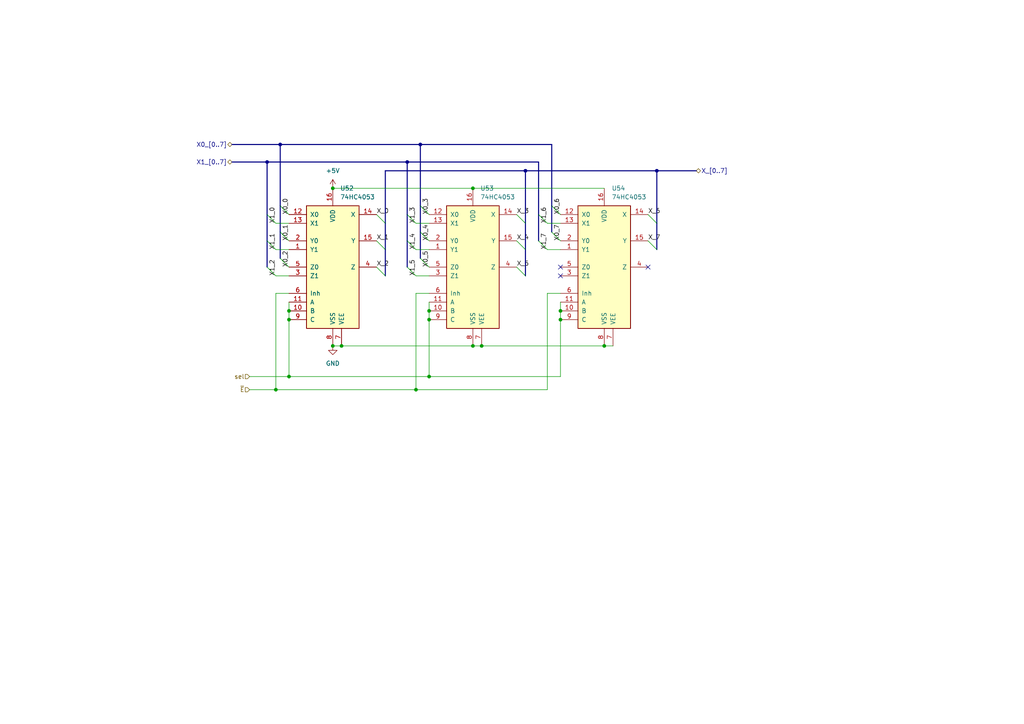
<source format=kicad_sch>
(kicad_sch (version 20250114) (generator "eeschema") (generator_version "9.0")
  (paper "A4")
  (lib_symbols
    (symbol "4xxx:4053" (pin_names (offset 1.016))
      (property "Reference" "U" (at -7.62 19.05 0))
      (property "Value" "4053" (at -7.62 -19.05 0))
      (symbol "4053_1_0"
        (pin passive line (at -12.7 15.24 0) (length 5.08) (name "X0") (number "12"))
        (pin passive line (at -12.7 12.7 0) (length 5.08) (name "X1") (number "13"))
        (pin passive line (at -12.7 7.62 0) (length 5.08) (name "Y0") (number "2"))
        (pin passive line (at -12.7 5.08 0) (length 5.08) (name "Y1") (number "1"))
        (pin passive line (at -12.7 0 0) (length 5.08) (name "Z0") (number "5"))
        (pin passive line (at -12.7 -2.54 0) (length 5.08) (name "Z1") (number "3"))
        (pin input line (at -12.7 -7.62 0) (length 5.08) (name "Inh") (number "6"))
        (pin input line (at -12.7 -10.16 0) (length 5.08) (name "A") (number "11"))
        (pin input line (at -12.7 -12.7 0) (length 5.08) (name "B") (number "10"))
        (pin input line (at -12.7 -15.24 0) (length 5.08) (name "C") (number "9"))
        (pin power_in line (at 0 22.86 270) (length 5.08) (name "VDD") (number "16"))
        (pin power_in line (at 0 -22.86 90) (length 5.08) (name "VSS") (number "8"))
        (pin power_in line (at 2.54 -22.86 90) (length 5.08) (name "VEE") (number "7"))
        (pin passive line (at 12.7 15.24 180) (length 5.08) (name "X") (number "14"))
        (pin passive line (at 12.7 7.62 180) (length 5.08) (name "Y") (number "15"))
        (pin passive line (at 12.7 0 180) (length 5.08) (name "Z") (number "4"))
      )
      (symbol "4053_1_1"
        (rectangle (start -7.62 17.78) (end 7.62 -17.78) (stroke (width 0.254)) (fill (type background)))
      )
    )
    (symbol "power:+5V" (power) (pin_numbers (hide yes)) (pin_names (offset 0) (hide yes))
      (property "Value" "+5V" (at 0 3.556 0))
      (symbol "+5V_0_1"
        (polyline (pts (xy -0.762 1.27) (xy 0 2.54)))
        (polyline (pts (xy 0 2.54) (xy 0.762 1.27)))
        (polyline (pts (xy 0 0) (xy 0 2.54)))
      )
      (symbol "+5V_1_1"
        (pin power_in line (at 0 0 90) (length 0) (name "~") (number "1"))
      )
    )
    (symbol "power:GND" (power) (pin_numbers (hide yes)) (pin_names (offset 0) (hide yes))
      (property "Value" "GND" (at 0 -3.81 0))
      (symbol "GND_0_1"
        (polyline (pts (xy 0 0) (xy 0 -1.27) (xy 1.27 -1.27) (xy 0 -2.54) (xy -1.27 -1.27) (xy 0 -1.27)))
      )
      (symbol "GND_1_1"
        (pin power_in line (at 0 0 270) (length 0) (name "~") (number "1"))
      )
    )
  )
  (junction (at 124.46 90.17))
  (junction (at 83.82 109.22))
  (junction (at 96.52 100.33))
  (junction (at 139.7 100.33))
  (junction (at 121.92 41.91))
  (junction (at 137.16 100.33))
  (junction (at 124.46 92.71))
  (junction (at 83.82 92.71))
  (junction (at 96.52 54.61))
  (junction (at 80.01 113.03))
  (junction (at 137.16 54.61))
  (junction (at 190.5 49.53))
  (junction (at 83.82 90.17))
  (junction (at 81.28 41.91))
  (junction (at 124.46 109.22))
  (junction (at 120.65 113.03))
  (junction (at 118.11 46.99))
  (junction (at 162.56 90.17))
  (junction (at 77.47 46.99))
  (junction (at 175.26 100.33))
  (junction (at 99.06 100.33))
  (junction (at 162.56 92.71))
  (junction (at 152.4 49.53))
  (no_connect (at 162.56 77.47))
  (no_connect (at 187.96 77.47))
  (no_connect (at 162.56 80.01))
  (bus_entry (at 109.22 77.47) (size 2.54 2.54))
  (bus_entry (at 81.28 74.93) (size 2.54 2.54))
  (bus_entry (at 77.47 69.85) (size 2.54 2.54))
  (bus_entry (at 77.47 62.23) (size 2.54 2.54))
  (bus_entry (at 187.96 69.85) (size 2.54 2.54))
  (bus_entry (at 156.21 62.23) (size 2.54 2.54))
  (bus_entry (at 121.92 74.93) (size 2.54 2.54))
  (bus_entry (at 109.22 69.85) (size 2.54 2.54))
  (bus_entry (at 149.86 77.47) (size 2.54 2.54))
  (bus_entry (at 118.11 62.23) (size 2.54 2.54))
  (bus_entry (at 109.22 62.23) (size 2.54 2.54))
  (bus_entry (at 160.02 67.31) (size 2.54 2.54))
  (bus_entry (at 149.86 69.85) (size 2.54 2.54))
  (bus_entry (at 118.11 77.47) (size 2.54 2.54))
  (bus_entry (at 160.02 59.69) (size 2.54 2.54))
  (bus_entry (at 118.11 69.85) (size 2.54 2.54))
  (bus_entry (at 81.28 67.31) (size 2.54 2.54))
  (bus_entry (at 156.21 69.85) (size 2.54 2.54))
  (bus_entry (at 149.86 62.23) (size 2.54 2.54))
  (bus_entry (at 77.47 77.47) (size 2.54 2.54))
  (bus_entry (at 81.28 59.69) (size 2.54 2.54))
  (bus_entry (at 121.92 59.69) (size 2.54 2.54))
  (bus_entry (at 187.96 62.23) (size 2.54 2.54))
  (bus_entry (at 121.92 67.31) (size 2.54 2.54))
  (bus (pts (xy 160.02 41.91) (xy 160.02 59.69)))
  (wire (pts (xy 80.01 85.09) (xy 80.01 113.03)))
  (wire (pts (xy 162.56 92.71) (xy 162.56 90.17)))
  (wire (pts (xy 83.82 92.71) (xy 83.82 109.22)))
  (wire (pts (xy 158.75 85.09) (xy 162.56 85.09)))
  (bus (pts (xy 152.4 72.39) (xy 152.4 80.01)))
  (bus (pts (xy 118.11 69.85) (xy 118.11 77.47)))
  (wire (pts (xy 158.75 113.03) (xy 158.75 85.09)))
  (bus (pts (xy 121.92 59.69) (xy 121.92 67.31)))
  (wire (pts (xy 175.26 100.33) (xy 177.8 100.33)))
  (wire (pts (xy 99.06 100.33) (xy 137.16 100.33)))
  (wire (pts (xy 158.75 72.39) (xy 162.56 72.39)))
  (wire (pts (xy 72.39 109.22) (xy 83.82 109.22)))
  (bus (pts (xy 121.92 67.31) (xy 121.92 74.93)))
  (wire (pts (xy 96.52 100.33) (xy 99.06 100.33)))
  (bus (pts (xy 190.5 49.53) (xy 190.5 64.77)))
  (wire (pts (xy 124.46 109.22) (xy 124.46 92.71)))
  (wire (pts (xy 158.75 64.77) (xy 162.56 64.77)))
  (wire (pts (xy 83.82 85.09) (xy 80.01 85.09)))
  (bus (pts (xy 160.02 59.69) (xy 160.02 67.31)))
  (bus (pts (xy 111.76 72.39) (xy 111.76 80.01)))
  (bus (pts (xy 152.4 49.53) (xy 111.76 49.53)))
  (bus (pts (xy 152.4 49.53) (xy 152.4 64.77)))
  (bus (pts (xy 118.11 46.99) (xy 156.21 46.99)))
  (bus (pts (xy 111.76 49.53) (xy 111.76 64.77)))
  (bus (pts (xy 111.76 64.77) (xy 111.76 72.39)))
  (wire (pts (xy 80.01 72.39) (xy 83.82 72.39)))
  (wire (pts (xy 83.82 90.17) (xy 83.82 92.71)))
  (wire (pts (xy 124.46 90.17) (xy 124.46 87.63)))
  (bus (pts (xy 152.4 64.77) (xy 152.4 72.39)))
  (wire (pts (xy 72.39 113.03) (xy 80.01 113.03)))
  (bus (pts (xy 81.28 41.91) (xy 81.28 59.69)))
  (wire (pts (xy 120.65 80.01) (xy 124.46 80.01)))
  (wire (pts (xy 137.16 54.61) (xy 175.26 54.61)))
  (bus (pts (xy 156.21 62.23) (xy 156.21 69.85)))
  (wire (pts (xy 120.65 72.39) (xy 124.46 72.39)))
  (wire (pts (xy 137.16 100.33) (xy 139.7 100.33)))
  (wire (pts (xy 162.56 109.22) (xy 162.56 92.71)))
  (bus (pts (xy 81.28 59.69) (xy 81.28 67.31)))
  (wire (pts (xy 96.52 54.61) (xy 137.16 54.61)))
  (wire (pts (xy 120.65 113.03) (xy 158.75 113.03)))
  (wire (pts (xy 139.7 100.33) (xy 175.26 100.33)))
  (wire (pts (xy 162.56 90.17) (xy 162.56 87.63)))
  (wire (pts (xy 124.46 109.22) (xy 162.56 109.22)))
  (wire (pts (xy 120.65 64.77) (xy 124.46 64.77)))
  (bus (pts (xy 67.31 41.91) (xy 81.28 41.91)))
  (bus (pts (xy 81.28 41.91) (xy 121.92 41.91)))
  (wire (pts (xy 80.01 113.03) (xy 120.65 113.03)))
  (bus (pts (xy 118.11 46.99) (xy 118.11 62.23)))
  (bus (pts (xy 156.21 46.99) (xy 156.21 62.23)))
  (bus (pts (xy 201.93 49.53) (xy 190.5 49.53)))
  (wire (pts (xy 120.65 85.09) (xy 124.46 85.09)))
  (bus (pts (xy 81.28 67.31) (xy 81.28 74.93)))
  (bus (pts (xy 77.47 62.23) (xy 77.47 69.85)))
  (wire (pts (xy 80.01 64.77) (xy 83.82 64.77)))
  (wire (pts (xy 80.01 80.01) (xy 83.82 80.01)))
  (bus (pts (xy 77.47 46.99) (xy 118.11 46.99)))
  (bus (pts (xy 121.92 41.91) (xy 160.02 41.91)))
  (bus (pts (xy 77.47 46.99) (xy 77.47 62.23)))
  (bus (pts (xy 190.5 64.77) (xy 190.5 72.39)))
  (wire (pts (xy 83.82 87.63) (xy 83.82 90.17)))
  (bus (pts (xy 118.11 62.23) (xy 118.11 69.85)))
  (wire (pts (xy 120.65 113.03) (xy 120.65 85.09)))
  (bus (pts (xy 190.5 49.53) (xy 152.4 49.53)))
  (wire (pts (xy 83.82 109.22) (xy 124.46 109.22)))
  (wire (pts (xy 124.46 92.71) (xy 124.46 90.17)))
  (bus (pts (xy 121.92 41.91) (xy 121.92 59.69)))
  (bus (pts (xy 67.31 46.99) (xy 77.47 46.99)))
  (bus (pts (xy 77.47 69.85) (xy 77.47 77.47)))
  (label "X_3" (at 149.86 62.23 0))
  (label "X1_7" (at 158.75 72.39 90))
  (label "X1_1" (at 80.01 72.39 90))
  (label "X0_2" (at 83.82 77.47 90))
  (label "X_6" (at 187.96 62.23 0))
  (label "X1_4" (at 120.65 72.39 90))
  (label "X0_0" (at 83.82 62.23 90))
  (label "X0_6" (at 162.56 62.23 90))
  (label "X0_5" (at 124.46 77.47 90))
  (label "X0_1" (at 83.82 69.85 90))
  (label "X_0" (at 109.22 62.23 0))
  (label "X1_0" (at 80.01 64.77 90))
  (label "X_5" (at 149.86 77.47 0))
  (label "X1_2" (at 80.01 80.01 90))
  (label "X1_3" (at 120.65 64.77 90))
  (label "X_4" (at 149.86 69.85 0))
  (label "X_2" (at 109.22 77.47 0))
  (label "X0_7" (at 162.56 69.85 90))
  (label "X1_5" (at 120.65 80.01 90))
  (label "X0_3" (at 124.46 62.23 90))
  (label "X_1" (at 109.22 69.85 0))
  (label "X0_4" (at 124.46 69.85 90))
  (label "X1_6" (at 158.75 64.77 90))
  (label "X_7" (at 187.96 69.85 0))
  (hierarchical_label "~{E}" (shape input) (at 72.39 113.03 180))
  (hierarchical_label "sel" (shape input) (at 72.39 109.22 180))
  (hierarchical_label "X1_[0..7]" (shape bidirectional) (at 67.31 46.99 180))
  (hierarchical_label "X_[0..7]" (shape bidirectional) (at 201.93 49.53 0))
  (hierarchical_label "X0_[0..7]" (shape bidirectional) (at 67.31 41.91 180))
  (symbol (lib_id "4xxx:4053") (at 175.26 77.47 0) (unit 1)
    (property "Reference" "U54" (at 177.4033 54.61 0) (effects (justify left)))
    (property "Value" "74HC4053" (at 177.4033 57.15 0) (effects (justify left)))
    (property "Footprint" "Package_DIP:DIP-16_W7.62mm" (effects (hide yes)))
    (property "Datasheet" "http://www.intersil.com/content/dam/Intersil/documents/cd40/cd4051bms-52bms-53bms.pdf" (effects (hide yes)))
    (property "Description" "Triple analog Multiplexer 2 to 1 line" (effects (hide yes)))
  )
  (symbol (lib_id "power:GND") (at 96.52 100.33 0) (unit 1)
    (property "Reference" "#PWR0115" (effects (hide yes)))
    (property "Value" "GND" (at 96.52 105.41 0))
    (property "Description" "Power symbol creates a global label with name \"GND\" , ground" (effects (hide yes)))
  )
  (symbol (lib_id "4xxx:4053") (at 137.16 77.47 0) (unit 1)
    (property "Reference" "U53" (at 139.3033 54.61 0) (effects (justify left)))
    (property "Value" "74HC4053" (at 139.3033 57.15 0) (effects (justify left)))
    (property "Footprint" "Package_DIP:DIP-16_W7.62mm" (effects (hide yes)))
    (property "Datasheet" "http://www.intersil.com/content/dam/Intersil/documents/cd40/cd4051bms-52bms-53bms.pdf" (effects (hide yes)))
    (property "Description" "Triple analog Multiplexer 2 to 1 line" (effects (hide yes)))
  )
  (symbol (lib_id "power:+5V") (at 96.52 54.61 0) (unit 1)
    (property "Reference" "#PWR0114" (effects (hide yes)))
    (property "Value" "+5V" (at 96.52 49.53 0))
    (property "Description" "Power symbol creates a global label with name \"+5V\"" (effects (hide yes)))
  )
  (symbol (lib_id "4xxx:4053") (at 96.52 77.47 0) (unit 1)
    (property "Reference" "U52" (at 98.6633 54.61 0) (effects (justify left)))
    (property "Value" "74HC4053" (at 98.6633 57.15 0) (effects (justify left)))
    (property "Footprint" "Package_DIP:DIP-16_W7.62mm" (effects (hide yes)))
    (property "Datasheet" "http://www.intersil.com/content/dam/Intersil/documents/cd40/cd4051bms-52bms-53bms.pdf" (effects (hide yes)))
    (property "Description" "Triple analog Multiplexer 2 to 1 line" (effects (hide yes)))
  )
)
</source>
